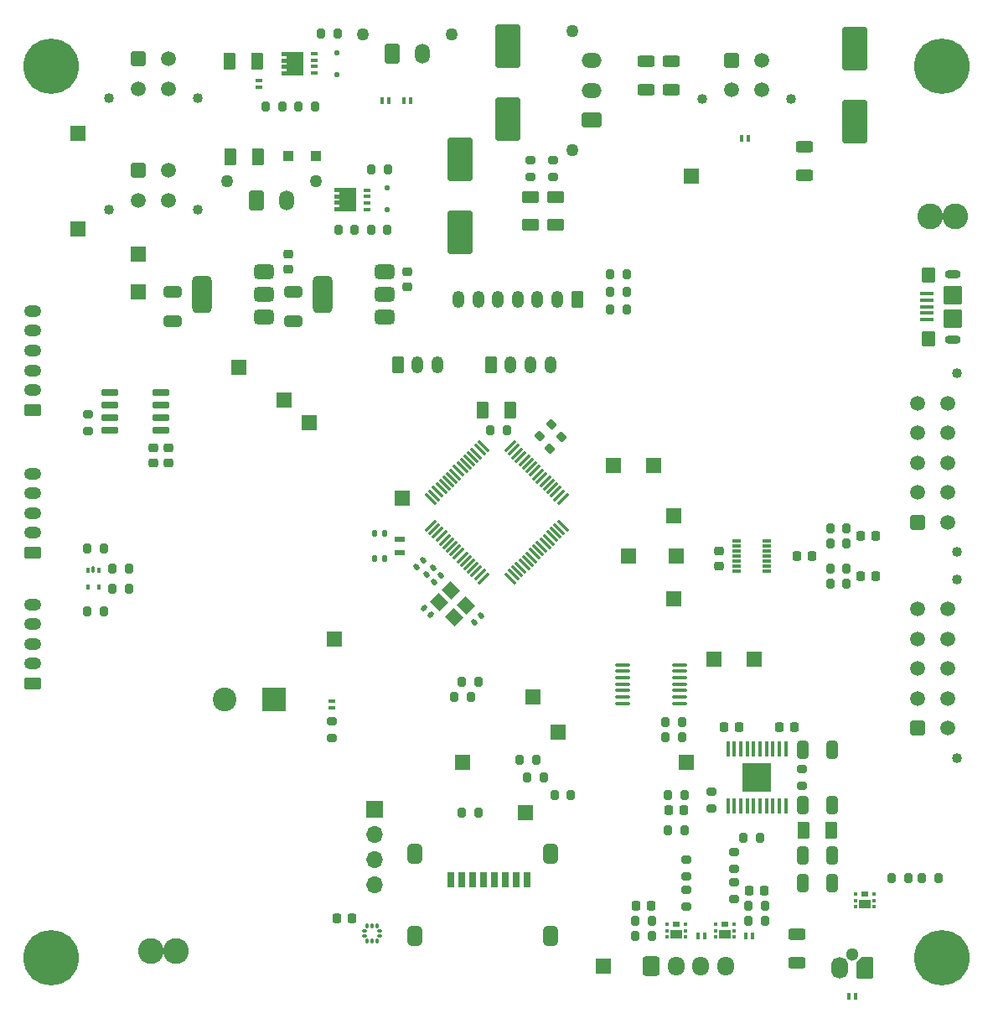
<source format=gbr>
%TF.GenerationSoftware,KiCad,Pcbnew,9.0.0*%
%TF.CreationDate,2025-04-17T15:03:59+12:00*%
%TF.ProjectId,Central_ECU,43656e74-7261-46c5-9f45-43552e6b6963,A*%
%TF.SameCoordinates,Original*%
%TF.FileFunction,Soldermask,Top*%
%TF.FilePolarity,Negative*%
%FSLAX46Y46*%
G04 Gerber Fmt 4.6, Leading zero omitted, Abs format (unit mm)*
G04 Created by KiCad (PCBNEW 9.0.0) date 2025-04-17 15:03:59*
%MOMM*%
%LPD*%
G01*
G04 APERTURE LIST*
G04 Aperture macros list*
%AMRoundRect*
0 Rectangle with rounded corners*
0 $1 Rounding radius*
0 $2 $3 $4 $5 $6 $7 $8 $9 X,Y pos of 4 corners*
0 Add a 4 corners polygon primitive as box body*
4,1,4,$2,$3,$4,$5,$6,$7,$8,$9,$2,$3,0*
0 Add four circle primitives for the rounded corners*
1,1,$1+$1,$2,$3*
1,1,$1+$1,$4,$5*
1,1,$1+$1,$6,$7*
1,1,$1+$1,$8,$9*
0 Add four rect primitives between the rounded corners*
20,1,$1+$1,$2,$3,$4,$5,0*
20,1,$1+$1,$4,$5,$6,$7,0*
20,1,$1+$1,$6,$7,$8,$9,0*
20,1,$1+$1,$8,$9,$2,$3,0*%
%AMRotRect*
0 Rectangle, with rotation*
0 The origin of the aperture is its center*
0 $1 length*
0 $2 width*
0 $3 Rotation angle, in degrees counterclockwise*
0 Add horizontal line*
21,1,$1,$2,0,0,$3*%
%AMFreePoly0*
4,1,22,0.945671,0.830970,1.026777,0.776777,1.080970,0.695671,1.100000,0.600000,1.100000,-0.600000,1.080970,-0.695671,1.026777,-0.776777,0.945671,-0.830970,0.850000,-0.850000,-0.450000,-0.850000,-0.545671,-0.830970,-0.626777,-0.776777,-1.026777,-0.376777,-1.080970,-0.295671,-1.100000,-0.200000,-1.100000,0.600000,-1.080970,0.695671,-1.026777,0.776777,-0.945671,0.830970,-0.850000,0.850000,
0.850000,0.850000,0.945671,0.830970,0.945671,0.830970,$1*%
%AMFreePoly1*
4,1,17,1.395000,0.765000,0.855000,0.765000,0.855000,0.535000,1.395000,0.535000,1.395000,0.115000,0.855000,0.115000,0.855000,-0.115000,1.395000,-0.115000,1.395000,-0.535000,0.855000,-0.535000,0.855000,-0.765000,1.395000,-0.765000,1.395000,-1.185000,-0.855000,-1.185000,-0.855000,1.185000,1.395000,1.185000,1.395000,0.765000,1.395000,0.765000,$1*%
G04 Aperture macros list end*
%ADD10RoundRect,0.250000X0.325000X0.650000X-0.325000X0.650000X-0.325000X-0.650000X0.325000X-0.650000X0*%
%ADD11RoundRect,0.250000X1.000000X-1.950000X1.000000X1.950000X-1.000000X1.950000X-1.000000X-1.950000X0*%
%ADD12RoundRect,0.250000X-0.625000X0.312500X-0.625000X-0.312500X0.625000X-0.312500X0.625000X0.312500X0*%
%ADD13C,1.020000*%
%ADD14RoundRect,0.250001X-0.499999X-0.499999X0.499999X-0.499999X0.499999X0.499999X-0.499999X0.499999X0*%
%ADD15C,1.500000*%
%ADD16RoundRect,0.050000X-0.150000X-0.300000X0.150000X-0.300000X0.150000X0.300000X-0.150000X0.300000X0*%
%ADD17RoundRect,0.200000X0.200000X0.275000X-0.200000X0.275000X-0.200000X-0.275000X0.200000X-0.275000X0*%
%ADD18RoundRect,0.200000X-0.200000X-0.275000X0.200000X-0.275000X0.200000X0.275000X-0.200000X0.275000X0*%
%ADD19RoundRect,0.250000X0.625000X-0.350000X0.625000X0.350000X-0.625000X0.350000X-0.625000X-0.350000X0*%
%ADD20O,1.750000X1.200000*%
%ADD21RoundRect,0.225000X0.225000X0.250000X-0.225000X0.250000X-0.225000X-0.250000X0.225000X-0.250000X0*%
%ADD22RoundRect,0.250000X-1.000000X1.950000X-1.000000X-1.950000X1.000000X-1.950000X1.000000X1.950000X0*%
%ADD23R,2.960000X2.960000*%
%ADD24RoundRect,0.100000X-0.100000X0.687500X-0.100000X-0.687500X0.100000X-0.687500X0.100000X0.687500X0*%
%ADD25R,1.500000X1.500000*%
%ADD26C,1.300000*%
%ADD27FreePoly0,270.000000*%
%ADD28O,1.700000X2.200000*%
%ADD29RoundRect,0.095000X-0.095000X0.155000X-0.095000X-0.155000X0.095000X-0.155000X0.095000X0.155000X0*%
%ADD30RoundRect,0.075000X-0.075000X0.250000X-0.075000X-0.250000X0.075000X-0.250000X0.075000X0.250000X0*%
%ADD31RoundRect,0.200000X-0.275000X0.200000X-0.275000X-0.200000X0.275000X-0.200000X0.275000X0.200000X0*%
%ADD32RoundRect,0.200000X0.275000X-0.200000X0.275000X0.200000X-0.275000X0.200000X-0.275000X-0.200000X0*%
%ADD33RoundRect,0.250000X-0.375000X-0.625000X0.375000X-0.625000X0.375000X0.625000X-0.375000X0.625000X0*%
%ADD34R,0.800000X1.500000*%
%ADD35RoundRect,0.362500X-0.362500X-0.637500X0.362500X-0.637500X0.362500X0.637500X-0.362500X0.637500X0*%
%ADD36RoundRect,0.250000X0.625000X-0.375000X0.625000X0.375000X-0.625000X0.375000X-0.625000X-0.375000X0*%
%ADD37C,3.600000*%
%ADD38C,5.600000*%
%ADD39RoundRect,0.250000X-0.325000X-0.650000X0.325000X-0.650000X0.325000X0.650000X-0.325000X0.650000X0*%
%ADD40C,1.270000*%
%ADD41RoundRect,0.250001X-0.499999X-0.759999X0.499999X-0.759999X0.499999X0.759999X-0.499999X0.759999X0*%
%ADD42O,1.500000X2.020000*%
%ADD43RoundRect,0.125000X0.125000X-0.125000X0.125000X0.125000X-0.125000X0.125000X-0.125000X-0.125000X0*%
%ADD44R,0.425000X0.400000*%
%ADD45R,1.150000X0.950000*%
%ADD46R,0.800000X0.480000*%
%ADD47RoundRect,0.250000X-0.350000X-0.625000X0.350000X-0.625000X0.350000X0.625000X-0.350000X0.625000X0*%
%ADD48O,1.200000X1.750000*%
%ADD49RotRect,1.400000X1.200000X315.000000*%
%ADD50RoundRect,0.140000X-0.021213X0.219203X-0.219203X0.021213X0.021213X-0.219203X0.219203X-0.021213X0*%
%ADD51RoundRect,0.105000X0.245000X0.105000X-0.245000X0.105000X-0.245000X-0.105000X0.245000X-0.105000X0*%
%ADD52FreePoly1,180.000000*%
%ADD53RoundRect,0.050000X0.150000X0.300000X-0.150000X0.300000X-0.150000X-0.300000X0.150000X-0.300000X0*%
%ADD54R,2.400000X2.400000*%
%ADD55C,2.400000*%
%ADD56RoundRect,0.250000X0.300000X0.300000X-0.300000X0.300000X-0.300000X-0.300000X0.300000X-0.300000X0*%
%ADD57RoundRect,0.225000X-0.225000X-0.250000X0.225000X-0.250000X0.225000X0.250000X-0.225000X0.250000X0*%
%ADD58RoundRect,0.225000X-0.250000X0.225000X-0.250000X-0.225000X0.250000X-0.225000X0.250000X0.225000X0*%
%ADD59RoundRect,0.250000X-0.600000X-0.725000X0.600000X-0.725000X0.600000X0.725000X-0.600000X0.725000X0*%
%ADD60O,1.700000X1.950000*%
%ADD61RoundRect,0.250000X0.375000X0.625000X-0.375000X0.625000X-0.375000X-0.625000X0.375000X-0.625000X0*%
%ADD62C,2.600000*%
%ADD63RoundRect,0.100000X0.575000X-0.100000X0.575000X0.100000X-0.575000X0.100000X-0.575000X-0.100000X0*%
%ADD64O,1.600000X0.900000*%
%ADD65RoundRect,0.250000X0.450000X-0.550000X0.450000X0.550000X-0.450000X0.550000X-0.450000X-0.550000X0*%
%ADD66RoundRect,0.250000X0.700000X-0.700000X0.700000X0.700000X-0.700000X0.700000X-0.700000X-0.700000X0*%
%ADD67RoundRect,0.050000X-0.300000X0.150000X-0.300000X-0.150000X0.300000X-0.150000X0.300000X0.150000X0*%
%ADD68RoundRect,0.100000X-0.637500X-0.100000X0.637500X-0.100000X0.637500X0.100000X-0.637500X0.100000X0*%
%ADD69RoundRect,0.250000X0.350000X0.625000X-0.350000X0.625000X-0.350000X-0.625000X0.350000X-0.625000X0*%
%ADD70R,1.100000X0.600000*%
%ADD71RoundRect,0.050000X0.300000X-0.150000X0.300000X0.150000X-0.300000X0.150000X-0.300000X-0.150000X0*%
%ADD72RoundRect,0.250001X0.499999X-0.499999X0.499999X0.499999X-0.499999X0.499999X-0.499999X-0.499999X0*%
%ADD73RoundRect,0.250000X0.625000X-0.312500X0.625000X0.312500X-0.625000X0.312500X-0.625000X-0.312500X0*%
%ADD74RoundRect,0.375000X0.625000X0.375000X-0.625000X0.375000X-0.625000X-0.375000X0.625000X-0.375000X0*%
%ADD75RoundRect,0.500000X0.500000X1.400000X-0.500000X1.400000X-0.500000X-1.400000X0.500000X-1.400000X0*%
%ADD76RoundRect,0.075000X-0.441942X-0.548008X0.548008X0.441942X0.441942X0.548008X-0.548008X-0.441942X0*%
%ADD77RoundRect,0.075000X0.441942X-0.548008X0.548008X-0.441942X-0.441942X0.548008X-0.548008X0.441942X0*%
%ADD78RoundRect,0.200000X0.053033X-0.335876X0.335876X-0.053033X-0.053033X0.335876X-0.335876X0.053033X0*%
%ADD79RoundRect,0.250001X0.759999X-0.499999X0.759999X0.499999X-0.759999X0.499999X-0.759999X-0.499999X0*%
%ADD80O,2.020000X1.500000*%
%ADD81RoundRect,0.250000X-0.650000X0.325000X-0.650000X-0.325000X0.650000X-0.325000X0.650000X0.325000X0*%
%ADD82RoundRect,0.140000X0.140000X0.170000X-0.140000X0.170000X-0.140000X-0.170000X0.140000X-0.170000X0*%
%ADD83R,0.972299X0.304800*%
%ADD84R,1.700000X1.700000*%
%ADD85O,1.700000X1.700000*%
%ADD86RoundRect,0.150000X0.725000X0.150000X-0.725000X0.150000X-0.725000X-0.150000X0.725000X-0.150000X0*%
%ADD87RoundRect,0.140000X0.219203X0.021213X0.021213X0.219203X-0.219203X-0.021213X-0.021213X-0.219203X0*%
%ADD88RoundRect,0.087500X-0.125000X-0.087500X0.125000X-0.087500X0.125000X0.087500X-0.125000X0.087500X0*%
%ADD89RoundRect,0.087500X-0.087500X-0.125000X0.087500X-0.125000X0.087500X0.125000X-0.087500X0.125000X0*%
%ADD90RoundRect,0.225000X0.250000X-0.225000X0.250000X0.225000X-0.250000X0.225000X-0.250000X-0.225000X0*%
G04 APERTURE END LIST*
D10*
%TO.C,C24*%
X183847000Y-137414000D03*
X180897000Y-137414000D03*
%TD*%
%TO.C,C23*%
X183847000Y-134620000D03*
X180897000Y-134620000D03*
%TD*%
D11*
%TO.C,C43*%
X186182000Y-60596000D03*
X186182000Y-53196000D03*
%TD*%
D12*
%TO.C,R23*%
X180340000Y-142555500D03*
X180340000Y-145480500D03*
%TD*%
D13*
%TO.C,J16*%
X170760000Y-58296000D03*
X179760000Y-58296000D03*
D14*
X173760000Y-54356000D03*
D15*
X176760000Y-54356000D03*
X173760000Y-57356000D03*
X176760000Y-57356000D03*
%TD*%
D16*
%TO.C,D16*%
X174752000Y-62230000D03*
X175452000Y-62230000D03*
%TD*%
D17*
%TO.C,R44*%
X131611000Y-59040000D03*
X129961000Y-59040000D03*
%TD*%
D18*
%TO.C,R2*%
X152337000Y-124968000D03*
X153987000Y-124968000D03*
%TD*%
D19*
%TO.C,J5*%
X103124000Y-104076000D03*
D20*
X103124000Y-102076000D03*
X103124000Y-100076000D03*
X103124000Y-98076000D03*
X103124000Y-96076000D03*
%TD*%
D21*
%TO.C,C15*%
X188325487Y-102362000D03*
X186775487Y-102362000D03*
%TD*%
D16*
%TO.C,D11*%
X138430000Y-58420000D03*
X139130000Y-58420000D03*
%TD*%
D22*
%TO.C,C41*%
X146304000Y-64372000D03*
X146304000Y-71772000D03*
%TD*%
D23*
%TO.C,U6*%
X176276000Y-126746000D03*
D24*
X179201000Y-123883500D03*
X178551000Y-123883500D03*
X177901000Y-123883500D03*
X177251000Y-123883500D03*
X176601000Y-123883500D03*
X175951000Y-123883500D03*
X175301000Y-123883500D03*
X174651000Y-123883500D03*
X174001000Y-123883500D03*
X173351000Y-123883500D03*
X173351000Y-129608500D03*
X174001000Y-129608500D03*
X174651000Y-129608500D03*
X175301000Y-129608500D03*
X175951000Y-129608500D03*
X176601000Y-129608500D03*
X177251000Y-129608500D03*
X177901000Y-129608500D03*
X178551000Y-129608500D03*
X179201000Y-129608500D03*
%TD*%
D25*
%TO.C,TP29*%
X169672000Y-66040000D03*
%TD*%
D13*
%TO.C,J3*%
X110816000Y-58154000D03*
X119816000Y-58154000D03*
D14*
X113816000Y-54214000D03*
D15*
X116816000Y-54214000D03*
X113816000Y-57214000D03*
X116816000Y-57214000D03*
%TD*%
D25*
%TO.C,TP14*%
X128524000Y-88646000D03*
%TD*%
D17*
%TO.C,R34*%
X177101000Y-139700000D03*
X175451000Y-139700000D03*
%TD*%
D26*
%TO.C,J10*%
X185928000Y-144616000D03*
D27*
X187178000Y-145956000D03*
D28*
X184678000Y-145956000D03*
%TD*%
D25*
%TO.C,TP9*%
X163322000Y-104394000D03*
%TD*%
D29*
%TO.C,D12*%
X109760000Y-105830000D03*
D30*
X109220000Y-105750000D03*
D29*
X108680000Y-105830000D03*
X108680000Y-107530000D03*
X109760000Y-107530000D03*
%TD*%
D31*
%TO.C,R1*%
X133350000Y-121095000D03*
X133350000Y-122745000D03*
%TD*%
D32*
%TO.C,R11*%
X108712000Y-91757000D03*
X108712000Y-90107000D03*
%TD*%
D25*
%TO.C,TP12*%
X161798000Y-95250000D03*
%TD*%
D33*
%TO.C,F3*%
X123060000Y-64097000D03*
X125860000Y-64097000D03*
%TD*%
D17*
%TO.C,R52*%
X168719000Y-122682000D03*
X167069000Y-122682000D03*
%TD*%
D34*
%TO.C,J1*%
X145385000Y-137092000D03*
X146485000Y-137092000D03*
X147585000Y-137092000D03*
X148685000Y-137092000D03*
X149785000Y-137092000D03*
X150885000Y-137092000D03*
X151985000Y-137092000D03*
X153085000Y-137092000D03*
D35*
X141715000Y-134492000D03*
X141715000Y-142792000D03*
X155465000Y-134492000D03*
X155465000Y-142792000D03*
%TD*%
D36*
%TO.C,D4*%
X155956000Y-70996000D03*
X155956000Y-68196000D03*
%TD*%
D31*
%TO.C,R13*%
X153416000Y-64453000D03*
X153416000Y-66103000D03*
%TD*%
D37*
%TO.C,H3*%
X105000000Y-145000000D03*
D38*
X105000000Y-145000000D03*
%TD*%
D18*
%TO.C,R16*%
X108649000Y-109982000D03*
X110299000Y-109982000D03*
%TD*%
D17*
%TO.C,R40*%
X163131000Y-79502000D03*
X161481000Y-79502000D03*
%TD*%
D18*
%TO.C,R32*%
X175451000Y-141224000D03*
X177101000Y-141224000D03*
%TD*%
D31*
%TO.C,R27*%
X180848000Y-125921000D03*
X180848000Y-127571000D03*
%TD*%
D25*
%TO.C,TP21*%
X169164000Y-125222000D03*
%TD*%
D17*
%TO.C,R48*%
X135636000Y-71463000D03*
X133986000Y-71463000D03*
%TD*%
D39*
%TO.C,C26*%
X180897000Y-123952000D03*
X183847000Y-123952000D03*
%TD*%
D40*
%TO.C,SW1*%
X136446000Y-51746000D03*
X145446000Y-51746000D03*
D41*
X139446000Y-53706000D03*
D42*
X142446000Y-53706000D03*
%TD*%
D43*
%TO.C,D9*%
X133834000Y-55852000D03*
X133834000Y-53652000D03*
%TD*%
D44*
%TO.C,Q1*%
X188135500Y-139842000D03*
X188135500Y-139192000D03*
X188135500Y-138542000D03*
X186260500Y-138542000D03*
X186260500Y-139192000D03*
X186260500Y-139842000D03*
D45*
X187198000Y-139517000D03*
D46*
X187198000Y-138492000D03*
%TD*%
D47*
%TO.C,J15*%
X139986000Y-85090000D03*
D48*
X141986000Y-85090000D03*
X143986000Y-85090000D03*
%TD*%
D25*
%TO.C,TP26*%
X113792000Y-77724000D03*
%TD*%
D21*
%TO.C,C42*%
X135395000Y-140970000D03*
X133845000Y-140970000D03*
%TD*%
D49*
%TO.C,Y1*%
X144163142Y-109043223D03*
X145718777Y-110598858D03*
X146920858Y-109396777D03*
X145365223Y-107841142D03*
%TD*%
D17*
%TO.C,R41*%
X163131000Y-77724000D03*
X161481000Y-77724000D03*
%TD*%
D50*
%TO.C,C8*%
X142579411Y-104816589D03*
X141900589Y-105495411D03*
%TD*%
D17*
%TO.C,R9*%
X185327487Y-103124000D03*
X183677487Y-103124000D03*
%TD*%
D51*
%TO.C,Q4*%
X131548000Y-55656000D03*
X131548000Y-55006000D03*
X131548000Y-54356000D03*
X131548000Y-53706000D03*
D52*
X129593000Y-54681000D03*
%TD*%
D53*
%TO.C,D10*%
X141320000Y-58420000D03*
X140620000Y-58420000D03*
%TD*%
D25*
%TO.C,TP30*%
X160782000Y-145796000D03*
%TD*%
D54*
%TO.C,C5*%
X127519729Y-118872000D03*
D55*
X122519729Y-118872000D03*
%TD*%
D33*
%TO.C,F1*%
X180972000Y-132080000D03*
X183772000Y-132080000D03*
%TD*%
D18*
%TO.C,R49*%
X146495000Y-117094000D03*
X148145000Y-117094000D03*
%TD*%
D25*
%TO.C,TP16*%
X131064000Y-90932000D03*
%TD*%
D56*
%TO.C,D13*%
X131702000Y-64008000D03*
X128902000Y-64008000D03*
%TD*%
D17*
%TO.C,R45*%
X128309000Y-59040000D03*
X126659000Y-59040000D03*
%TD*%
D57*
%TO.C,C35*%
X164071000Y-139700000D03*
X165621000Y-139700000D03*
%TD*%
D17*
%TO.C,R36*%
X165671000Y-142748000D03*
X164021000Y-142748000D03*
%TD*%
D18*
%TO.C,R10*%
X183677487Y-107188000D03*
X185327487Y-107188000D03*
%TD*%
D57*
%TO.C,C25*%
X178549000Y-121666000D03*
X180099000Y-121666000D03*
%TD*%
D17*
%TO.C,R30*%
X168973000Y-128524000D03*
X167323000Y-128524000D03*
%TD*%
D57*
%TO.C,C28*%
X172961000Y-121666000D03*
X174511000Y-121666000D03*
%TD*%
D31*
%TO.C,R37*%
X169164000Y-138113000D03*
X169164000Y-139763000D03*
%TD*%
D58*
%TO.C,C13*%
X172466000Y-103873000D03*
X172466000Y-105423000D03*
%TD*%
D59*
%TO.C,J8*%
X165608000Y-145796000D03*
D60*
X168108000Y-145796000D03*
X170608000Y-145796000D03*
X173108000Y-145796000D03*
%TD*%
D25*
%TO.C,TP8*%
X167894000Y-100330000D03*
%TD*%
D21*
%TO.C,C18*%
X188325487Y-106426000D03*
X186775487Y-106426000D03*
%TD*%
D22*
%TO.C,C36*%
X151130000Y-52942000D03*
X151130000Y-60342000D03*
%TD*%
D53*
%TO.C,D15*%
X171038000Y-142748000D03*
X170338000Y-142748000D03*
%TD*%
D44*
%TO.C,Q3*%
X169085500Y-142890000D03*
X169085500Y-142240000D03*
X169085500Y-141590000D03*
X167210500Y-141590000D03*
X167210500Y-142240000D03*
X167210500Y-142890000D03*
D45*
X168148000Y-142565000D03*
D46*
X168148000Y-141540000D03*
%TD*%
D18*
%TO.C,R28*%
X174943000Y-132842000D03*
X176593000Y-132842000D03*
%TD*%
D17*
%TO.C,R5*%
X148145000Y-130302000D03*
X146495000Y-130302000D03*
%TD*%
D25*
%TO.C,TP3*%
X107696000Y-71374000D03*
%TD*%
D61*
%TO.C,D3*%
X151390000Y-89662000D03*
X148590000Y-89662000D03*
%TD*%
D53*
%TO.C,D7*%
X175864000Y-142748000D03*
X175164000Y-142748000D03*
%TD*%
D62*
%TO.C,TP27*%
X115062000Y-144272000D03*
X117602000Y-144272000D03*
%TD*%
D25*
%TO.C,TP5*%
X152908000Y-130302000D03*
%TD*%
D21*
%TO.C,C29*%
X168923000Y-130048000D03*
X167373000Y-130048000D03*
%TD*%
D44*
%TO.C,Q2*%
X173990000Y-142890000D03*
X173990000Y-142240000D03*
X173990000Y-141590000D03*
X172115000Y-141590000D03*
X172115000Y-142240000D03*
X172115000Y-142890000D03*
D45*
X173052500Y-142565000D03*
D46*
X173052500Y-141540000D03*
%TD*%
D39*
%TO.C,C27*%
X180897000Y-129540000D03*
X183847000Y-129540000D03*
%TD*%
D19*
%TO.C,J7*%
X103124000Y-117284000D03*
D20*
X103124000Y-115284000D03*
X103124000Y-113284000D03*
X103124000Y-111284000D03*
X103124000Y-109284000D03*
%TD*%
D63*
%TO.C,J13*%
X193413000Y-80548000D03*
X193413000Y-79898000D03*
X193413000Y-79248000D03*
X193413000Y-78598000D03*
X193413000Y-77948000D03*
D64*
X196088000Y-82548000D03*
D65*
X193638000Y-82448000D03*
D66*
X196088000Y-80448000D03*
X196088000Y-78048000D03*
D65*
X193638000Y-76048000D03*
D64*
X196088000Y-75948000D03*
%TD*%
D67*
%TO.C,D1*%
X133350000Y-119030000D03*
X133350000Y-119730000D03*
%TD*%
D36*
%TO.C,D2*%
X153416000Y-70996000D03*
X153416000Y-68196000D03*
%TD*%
D18*
%TO.C,R17*%
X111189000Y-107696000D03*
X112839000Y-107696000D03*
%TD*%
D16*
%TO.C,D5*%
X185578000Y-148844000D03*
X186278000Y-148844000D03*
%TD*%
D68*
%TO.C,U4*%
X162745500Y-115398000D03*
X162745500Y-116048000D03*
X162745500Y-116698000D03*
X162745500Y-117348000D03*
X162745500Y-117998000D03*
X162745500Y-118648000D03*
X162745500Y-119298000D03*
X168470500Y-119298000D03*
X168470500Y-118648000D03*
X168470500Y-117998000D03*
X168470500Y-117348000D03*
X168470500Y-116698000D03*
X168470500Y-116048000D03*
X168470500Y-115398000D03*
%TD*%
D69*
%TO.C,J2*%
X158114000Y-78486000D03*
D48*
X156114000Y-78486000D03*
X154114000Y-78486000D03*
X152114000Y-78486000D03*
X150114000Y-78486000D03*
X148114000Y-78486000D03*
X146114000Y-78486000D03*
%TD*%
D12*
%TO.C,R21*%
X167640000Y-54417500D03*
X167640000Y-57342500D03*
%TD*%
D25*
%TO.C,TP4*%
X153670000Y-118618000D03*
%TD*%
D70*
%TO.C,Y2*%
X140208000Y-104078000D03*
X140208000Y-102678000D03*
%TD*%
D18*
%TO.C,R19*%
X108649000Y-103632000D03*
X110299000Y-103632000D03*
%TD*%
D71*
%TO.C,D8*%
X125960000Y-57104000D03*
X125960000Y-56404000D03*
%TD*%
D17*
%TO.C,R46*%
X138977000Y-65367000D03*
X137327000Y-65367000D03*
%TD*%
D31*
%TO.C,R35*%
X173990000Y-134303000D03*
X173990000Y-135953000D03*
%TD*%
D13*
%TO.C,J11*%
X196472000Y-124776000D03*
X196472000Y-106776000D03*
D72*
X192532000Y-121776000D03*
D15*
X192532000Y-118776000D03*
X192532000Y-115776000D03*
X192532000Y-112776000D03*
X192532000Y-109776000D03*
X195532000Y-121776000D03*
X195532000Y-118776000D03*
X195532000Y-115776000D03*
X195532000Y-112776000D03*
X195532000Y-109776000D03*
%TD*%
D25*
%TO.C,TP2*%
X107696000Y-61722000D03*
%TD*%
%TO.C,TP11*%
X168148000Y-104394000D03*
%TD*%
D31*
%TO.C,R39*%
X169164000Y-135065000D03*
X169164000Y-136715000D03*
%TD*%
D32*
%TO.C,R31*%
X171704000Y-129857000D03*
X171704000Y-128207000D03*
%TD*%
D73*
%TO.C,R20*%
X165100000Y-57342500D03*
X165100000Y-54417500D03*
%TD*%
D74*
%TO.C,U7*%
X138684000Y-80278000D03*
X138684000Y-77978000D03*
D75*
X132384000Y-77978000D03*
D74*
X138684000Y-75678000D03*
%TD*%
D25*
%TO.C,TP15*%
X176022000Y-114808000D03*
%TD*%
D21*
%TO.C,C32*%
X177051000Y-138176000D03*
X175501000Y-138176000D03*
%TD*%
D76*
%TO.C,U2*%
X143335519Y-101361181D03*
X143689072Y-101714734D03*
X144042625Y-102068287D03*
X144396179Y-102421841D03*
X144749732Y-102775394D03*
X145103286Y-103128948D03*
X145456839Y-103482501D03*
X145810392Y-103836054D03*
X146163946Y-104189608D03*
X146517499Y-104543161D03*
X146871052Y-104896714D03*
X147224606Y-105250268D03*
X147578159Y-105603821D03*
X147931713Y-105957375D03*
X148285266Y-106310928D03*
X148638819Y-106664481D03*
D77*
X151361181Y-106664481D03*
X151714734Y-106310928D03*
X152068287Y-105957375D03*
X152421841Y-105603821D03*
X152775394Y-105250268D03*
X153128948Y-104896714D03*
X153482501Y-104543161D03*
X153836054Y-104189608D03*
X154189608Y-103836054D03*
X154543161Y-103482501D03*
X154896714Y-103128948D03*
X155250268Y-102775394D03*
X155603821Y-102421841D03*
X155957375Y-102068287D03*
X156310928Y-101714734D03*
X156664481Y-101361181D03*
D76*
X156664481Y-98638819D03*
X156310928Y-98285266D03*
X155957375Y-97931713D03*
X155603821Y-97578159D03*
X155250268Y-97224606D03*
X154896714Y-96871052D03*
X154543161Y-96517499D03*
X154189608Y-96163946D03*
X153836054Y-95810392D03*
X153482501Y-95456839D03*
X153128948Y-95103286D03*
X152775394Y-94749732D03*
X152421841Y-94396179D03*
X152068287Y-94042625D03*
X151714734Y-93689072D03*
X151361181Y-93335519D03*
D77*
X148638819Y-93335519D03*
X148285266Y-93689072D03*
X147931713Y-94042625D03*
X147578159Y-94396179D03*
X147224606Y-94749732D03*
X146871052Y-95103286D03*
X146517499Y-95456839D03*
X146163946Y-95810392D03*
X145810392Y-96163946D03*
X145456839Y-96517499D03*
X145103286Y-96871052D03*
X144749732Y-97224606D03*
X144396179Y-97578159D03*
X144042625Y-97931713D03*
X143689072Y-98285266D03*
X143335519Y-98638819D03*
%TD*%
D78*
%TO.C,R7*%
X154356637Y-92277363D03*
X155523363Y-91110637D03*
%TD*%
D25*
%TO.C,TP24*%
X113792000Y-73914000D03*
%TD*%
D40*
%TO.C,J4*%
X157645000Y-63404000D03*
X157645000Y-51404000D03*
D79*
X159605000Y-60404000D03*
D80*
X159605000Y-57404000D03*
X159605000Y-54404000D03*
%TD*%
D81*
%TO.C,C40*%
X117246000Y-77773000D03*
X117246000Y-80723000D03*
%TD*%
D62*
%TO.C,TP28*%
X193802000Y-70104000D03*
X196342000Y-70104000D03*
%TD*%
D17*
%TO.C,R4*%
X157480000Y-128524000D03*
X155830000Y-128524000D03*
%TD*%
D13*
%TO.C,J6*%
X110792000Y-69442000D03*
X119792000Y-69442000D03*
D14*
X113792000Y-65502000D03*
D15*
X116792000Y-65502000D03*
X113792000Y-68502000D03*
X116792000Y-68502000D03*
%TD*%
D50*
%TO.C,C9*%
X143595411Y-105578589D03*
X142916589Y-106257411D03*
%TD*%
D58*
%TO.C,C17*%
X116840000Y-93459000D03*
X116840000Y-95009000D03*
%TD*%
D43*
%TO.C,D14*%
X138938000Y-69426000D03*
X138938000Y-67226000D03*
%TD*%
D25*
%TO.C,TP18*%
X140462000Y-98552000D03*
%TD*%
D74*
%TO.C,U8*%
X126492000Y-80278000D03*
X126492000Y-77978000D03*
D75*
X120192000Y-77978000D03*
D74*
X126492000Y-75678000D03*
%TD*%
D82*
%TO.C,C20*%
X138656000Y-104648000D03*
X137696000Y-104648000D03*
%TD*%
D83*
%TO.C,U3*%
X174227749Y-102893622D03*
X174227749Y-103393748D03*
X174227749Y-103893874D03*
X174227749Y-104394000D03*
X174227749Y-104894126D03*
X174227749Y-105394252D03*
X174227749Y-105894378D03*
X177308251Y-105894378D03*
X177308251Y-105394252D03*
X177308251Y-104894126D03*
X177308251Y-104394000D03*
X177308251Y-103893874D03*
X177308251Y-103393748D03*
X177308251Y-102893622D03*
%TD*%
D17*
%TO.C,R42*%
X163131000Y-75946000D03*
X161481000Y-75946000D03*
%TD*%
D78*
%TO.C,R6*%
X155372637Y-93547363D03*
X156539363Y-92380637D03*
%TD*%
D18*
%TO.C,R18*%
X111189000Y-105664000D03*
X112839000Y-105664000D03*
%TD*%
D25*
%TO.C,TP13*%
X165862000Y-95250000D03*
%TD*%
D18*
%TO.C,R50*%
X145733000Y-118618000D03*
X147383000Y-118618000D03*
%TD*%
D17*
%TO.C,R29*%
X168973000Y-132080000D03*
X167323000Y-132080000D03*
%TD*%
D18*
%TO.C,R8*%
X183677487Y-101600000D03*
X185327487Y-101600000D03*
%TD*%
D25*
%TO.C,TP17*%
X171958000Y-114808000D03*
%TD*%
D84*
%TO.C,U1*%
X137668000Y-130000000D03*
D85*
X137668000Y-132540000D03*
X137668000Y-135080000D03*
X137668000Y-137620000D03*
%TD*%
D25*
%TO.C,TP6*%
X156210000Y-122174000D03*
%TD*%
D17*
%TO.C,R12*%
X185327487Y-105664000D03*
X183677487Y-105664000D03*
%TD*%
D40*
%TO.C,SW2*%
X122754000Y-66548000D03*
X131754000Y-66548000D03*
D41*
X125754000Y-68508000D03*
D42*
X128754000Y-68508000D03*
%TD*%
D17*
%TO.C,R47*%
X138938000Y-71463000D03*
X137288000Y-71463000D03*
%TD*%
D25*
%TO.C,TP25*%
X123952000Y-85344000D03*
%TD*%
D51*
%TO.C,Q5*%
X136882000Y-69431000D03*
X136882000Y-68781000D03*
X136882000Y-68131000D03*
X136882000Y-67481000D03*
D52*
X134927000Y-68456000D03*
%TD*%
D17*
%TO.C,R25*%
X191579000Y-136906000D03*
X189929000Y-136906000D03*
%TD*%
D50*
%TO.C,C6*%
X144357411Y-106340589D03*
X143678589Y-107019411D03*
%TD*%
D17*
%TO.C,R26*%
X194627000Y-136906000D03*
X192977000Y-136906000D03*
%TD*%
D31*
%TO.C,R15*%
X155702000Y-64453000D03*
X155702000Y-66103000D03*
%TD*%
D86*
%TO.C,CR1*%
X116078000Y-91694000D03*
X116078000Y-90424000D03*
X116078000Y-89154000D03*
X116078000Y-87884000D03*
X110928000Y-87884000D03*
X110928000Y-89154000D03*
X110928000Y-90424000D03*
X110928000Y-91694000D03*
%TD*%
D25*
%TO.C,TP10*%
X167894000Y-108712000D03*
%TD*%
D18*
%TO.C,R3*%
X153099000Y-126746000D03*
X154749000Y-126746000D03*
%TD*%
D58*
%TO.C,C37*%
X140970000Y-75679000D03*
X140970000Y-77229000D03*
%TD*%
D37*
%TO.C,H4*%
X195000000Y-145000000D03*
D38*
X195000000Y-145000000D03*
%TD*%
D37*
%TO.C,H2*%
X195000000Y-55000000D03*
D38*
X195000000Y-55000000D03*
%TD*%
D58*
%TO.C,C16*%
X115316000Y-93459000D03*
X115316000Y-95009000D03*
%TD*%
D37*
%TO.C,H1*%
X105000000Y-55000000D03*
D38*
X105000000Y-55000000D03*
%TD*%
D19*
%TO.C,J12*%
X103124000Y-89662000D03*
D20*
X103124000Y-87662000D03*
X103124000Y-85662000D03*
X103124000Y-83662000D03*
X103124000Y-81662000D03*
X103124000Y-79662000D03*
%TD*%
D13*
%TO.C,J9*%
X196472000Y-103996000D03*
X196472000Y-85996000D03*
D72*
X192532000Y-100996000D03*
D15*
X192532000Y-97996000D03*
X192532000Y-94996000D03*
X192532000Y-91996000D03*
X192532000Y-88996000D03*
X195532000Y-100996000D03*
X195532000Y-97996000D03*
X195532000Y-94996000D03*
X195532000Y-91996000D03*
X195532000Y-88996000D03*
%TD*%
D18*
%TO.C,R51*%
X167069000Y-121158000D03*
X168719000Y-121158000D03*
%TD*%
D25*
%TO.C,TP1*%
X133604000Y-112776000D03*
%TD*%
D57*
%TO.C,C14*%
X180327000Y-104394000D03*
X181877000Y-104394000D03*
%TD*%
D25*
%TO.C,TP7*%
X146558000Y-125222000D03*
%TD*%
D87*
%TO.C,C11*%
X143341411Y-110321411D03*
X142662589Y-109642589D03*
%TD*%
D81*
%TO.C,C38*%
X129438000Y-77773000D03*
X129438000Y-80723000D03*
%TD*%
D47*
%TO.C,J14*%
X149400000Y-85090000D03*
D48*
X151400000Y-85090000D03*
X153400000Y-85090000D03*
X155400000Y-85090000D03*
%TD*%
D18*
%TO.C,R38*%
X164021000Y-141224000D03*
X165671000Y-141224000D03*
%TD*%
D50*
%TO.C,C12*%
X148421411Y-110404589D03*
X147742589Y-111083411D03*
%TD*%
D18*
%TO.C,R14*%
X149352000Y-91694000D03*
X151002000Y-91694000D03*
%TD*%
D33*
%TO.C,F2*%
X123036000Y-54498000D03*
X125836000Y-54498000D03*
%TD*%
D82*
%TO.C,C19*%
X138656000Y-102108000D03*
X137696000Y-102108000D03*
%TD*%
D12*
%TO.C,R22*%
X181102000Y-63053500D03*
X181102000Y-65978500D03*
%TD*%
D88*
%TO.C,U9*%
X136651500Y-142244000D03*
X136651500Y-142744000D03*
D89*
X136914000Y-143256500D03*
X137414000Y-143256500D03*
X137914000Y-143256500D03*
D88*
X138176500Y-142744000D03*
X138176500Y-142244000D03*
D89*
X137914000Y-141731500D03*
X137414000Y-141731500D03*
X136914000Y-141731500D03*
%TD*%
D17*
%TO.C,R43*%
X133897000Y-51704000D03*
X132247000Y-51704000D03*
%TD*%
D31*
%TO.C,R33*%
X173990000Y-137351000D03*
X173990000Y-139001000D03*
%TD*%
D90*
%TO.C,C39*%
X128930000Y-75464000D03*
X128930000Y-73914000D03*
%TD*%
M02*

</source>
